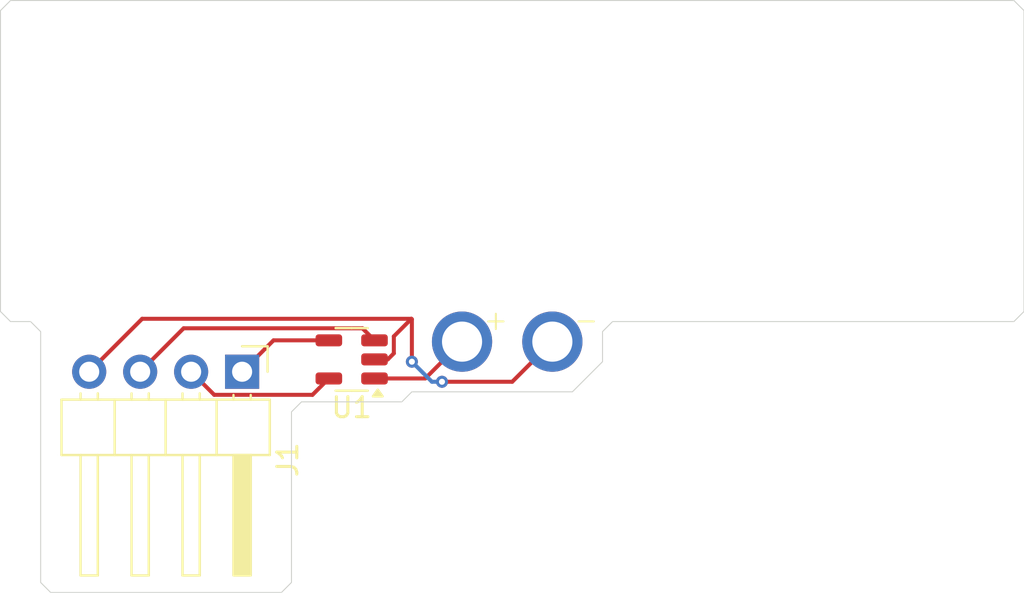
<source format=kicad_pcb>
(kicad_pcb (version 20241229) (generator "pcbnew") (generator_version "9.0")
  (layers (0 "F.Cu" signal) (2 "B.Cu" signal) (13 "F.Paste" user) (15 "B.Paste" user) (5 "F.SilkS" user "F.Silkscreen") (7 "B.SilkS" user "B.Silkscreen") (1 "F.Mask" user) (3 "B.Mask" user) (25 "Edge.Cuts" user))
  (net 0 "")
  (net 1 "1V")
  (net 2 "SGN")
  (net 3 "5V")
  (net 4 "GND")
  (net 5 "Net-(SC2-+)")
  (footprint "Package_TO_SOT_SMD:SOT-23-5" (layer "F.Cu") (at 40 35.885 180)
    (property "Reference" "U1" (at 0 -2.4 0) (layer "F.SilkS"))
    (property "Value" "LM321")
    (fp_line (start 0 1.56) (end 0.8 1.56) (stroke (width 0.12)) (layer "F.SilkS"))
    (fp_line (start 0 1.56) (end -0.8 1.56) (stroke (width 0.12)) (layer "F.SilkS"))
    (fp_line (start 0 -1.56) (end 0.8 -1.56) (stroke (width 0.12)) (layer "F.SilkS"))
    (fp_line (start 0 -1.56) (end -0.8 -1.56) (stroke (width 0.12)) (layer "F.SilkS"))
    (fp_poly (pts (xy -1.3 -1.51) (xy -1.54 -1.84) (xy -1.06 -1.84)) (stroke (width 0.12)) (fill yes) (layer "F.SilkS"))
    (pad "1" smd roundrect (at -1.1375 -0.95 180) (size 1.325 0.6) (layers "F.Cu" "F.Mask" "F.Paste") (net 5 "Net-(SC2-+)"))
    (pad "2" smd roundrect (at -1.1375 0 180) (size 1.325 0.6) (layers "F.Cu" "F.Mask" "F.Paste") (net 4 "GND"))
    (pad "3" smd roundrect (at -1.1375 0.95 180) (size 1.325 0.6) (layers "F.Cu" "F.Mask" "F.Paste") (net 1 "1V"))
    (pad "4" smd roundrect (at 1.1375 0.95 180) (size 1.325 0.6) (layers "F.Cu" "F.Mask" "F.Paste") (net 2 "SGN"))
    (pad "5" smd roundrect (at 1.1375 -0.95 180) (size 1.325 0.6) (layers "F.Cu" "F.Mask" "F.Paste") (net 3 "5V"))
  )
  (footprint "SolarCell:SolarCell_15mmx50mm_4PAD" (layer "F.Cu") (at 48 26)
    (property "Reference" "SC2" (hide yes))
    (property "Value" "Solar_Cells")
    (fp_text user "+" (at -1.5 8.5 0) (layer "F.SilkS") (effects (font (thickness 0.1)) (justify left bottom)))
    (fp_text user "-" (at 3 8.5 0) (layer "F.SilkS") (effects (font (thickness 0.1)) (justify left bottom)))
    (pad "1" thru_hole circle (at -2.5 9) (size 3 3) (drill 2) (layers "*.Cu" "*.Mask" "Dwgs.User") (net 5 "Net-(SC2-+)"))
    (pad "2" thru_hole circle (at 2 9) (size 3 3) (drill 2) (layers "*.Cu" "*.Mask" "Dwgs.User") (net 4 "GND"))
  )
  (footprint "Connector_PinHeader_2.54mm:PinHeader_1x04_P2.54mm_Horizontal" (layer "F.Cu") (at 34.54 36.5 -90)
    (property "Reference" "J1" (at 4.385 -2.27 90) (layer "F.SilkS"))
    (property "Value" "Conn_01x04")
    (fp_line (start 1.39 9) (end 4.15 9) (stroke (width 0.12)) (layer "F.SilkS"))
    (fp_line (start 4.15 9) (end 4.15 -1.38) (stroke (width 0.12)) (layer "F.SilkS"))
    (fp_line (start 1.077358 8.05) (end 1.39 8.05) (stroke (width 0.12)) (layer "F.SilkS"))
    (fp_line (start 10.15 8.05) (end 4.15 8.05) (stroke (width 0.12)) (layer "F.SilkS"))
    (fp_line (start 1.077358 7.19) (end 1.39 7.19) (stroke (width 0.12)) (layer "F.SilkS"))
    (fp_line (start 4.15 7.19) (end 10.15 7.19) (stroke (width 0.12)) (layer "F.SilkS"))
    (fp_line (start 10.15 7.19) (end 10.15 8.05) (stroke (width 0.12)) (layer "F.SilkS"))
    (fp_line (start 1.39 6.35) (end 4.15 6.35) (stroke (width 0.12)) (layer "F.SilkS"))
    (fp_line (start 1.077358 5.51) (end 1.39 5.51) (stroke (width 0.12)) (layer "F.SilkS"))
    (fp_line (start 10.15 5.51) (end 4.15 5.51) (stroke (width 0.12)) (layer "F.SilkS"))
    (fp_line (start 1.077358 4.65) (end 1.39 4.65) (stroke (width 0.12)) (layer "F.SilkS"))
    (fp_line (start 4.15 4.65) (end 10.15 4.65) (stroke (width 0.12)) (layer "F.SilkS"))
    (fp_line (start 10.15 4.65) (end 10.15 5.51) (stroke (width 0.12)) (layer "F.SilkS"))
    (fp_line (start 1.39 3.81) (end 4.15 3.81) (stroke (width 0.12)) (layer "F.SilkS"))
    (fp_line (start 1.077358 2.97) (end 1.39 2.97) (stroke (width 0.12)) (layer "F.SilkS"))
    (fp_line (start 10.15 2.97) (end 4.15 2.97) (stroke (width 0.12)) (layer "F.SilkS"))
    (fp_line (start 1.077358 2.11) (end 1.39 2.11) (stroke (width 0.12)) (layer "F.SilkS"))
    (fp_line (start 4.15 2.11) (end 10.15 2.11) (stroke (width 0.12)) (layer "F.SilkS"))
    (fp_line (start 10.15 2.11) (end 10.15 2.97) (stroke (width 0.12)) (layer "F.SilkS"))
    (fp_line (start 1.39 1.27) (end 4.15 1.27) (stroke (width 0.12)) (layer "F.SilkS"))
    (fp_line (start 1.16 0.43) (end 1.39 0.43) (stroke (width 0.12)) (layer "F.SilkS"))
    (fp_line (start -1.27 0) (end -1.27 -1.27) (stroke (width 0.12)) (layer "F.SilkS"))
    (fp_line (start 1.16 -0.43) (end 1.39 -0.43) (stroke (width 0.12)) (layer "F.SilkS"))
    (fp_line (start -1.27 -1.27) (end 0 -1.27) (stroke (width 0.12)) (layer "F.SilkS"))
    (fp_line (start 1.39 -1.38) (end 1.39 9) (stroke (width 0.12)) (layer "F.SilkS"))
    (fp_line (start 4.15 -1.38) (end 1.39 -1.38) (stroke (width 0.12)) (layer "F.SilkS"))
    (fp_rect (start 4.15 -0.43) (end 10.15 0.43) (stroke (width 0.12)) (fill yes) (layer "F.SilkS"))
    (pad "1" thru_hole rect (at 0 0 270) (size 1.7 1.7) (drill 1) (layers "*.Cu" "*.Mask") (net 2 "SGN"))
    (pad "2" thru_hole circle (at 0 2.54 270) (size 1.7 1.7) (drill 1) (layers "*.Cu" "*.Mask") (net 3 "5V"))
    (pad "3" thru_hole circle (at 0 5.08 270) (size 1.7 1.7) (drill 1) (layers "*.Cu" "*.Mask") (net 1 "1V"))
    (pad "4" thru_hole circle (at 0 7.62 270) (size 1.7 1.7) (drill 1) (layers "*.Cu" "*.Mask") (net 4 "GND"))
  )
  (gr_poly (pts (xy 23 18) (xy 22.5 18.5) (xy 22.5 33.5) (xy 23 34) (xy 24 34) (xy 24.5 34.5) (xy 24.5 47) (xy 25 47.5) (xy 36.5 47.5) (xy 37 47) (xy 37 38.5) (xy 37.5 38) (xy 42.5 38) (xy 43 37.5) (xy 51 37.5) (xy 52.5 36) (xy 52.5 34.5) (xy 53 34) (xy 73 34) (xy 73.5 33.5) (xy 73.5 18.5) (xy 73 18)) (stroke (width 0.05)) (fill no) (layer "Edge.Cuts"))
  (segment (start 41.1375 34.935) (end 40.5365 34.334) (width 0.2) (layer "F.Cu") (net 1))
  (segment (start 31.626 34.334) (end 29.46 36.5) (width 0.2) (layer "F.Cu") (net 1))
  (segment (start 40.5365 34.334) (end 31.626 34.334) (width 0.2) (layer "F.Cu") (net 1))
  (segment (start 36.105 34.935) (end 34.54 36.5) (width 0.2) (layer "F.Cu") (net 2))
  (segment (start 38.8625 34.935) (end 36.105 34.935) (width 0.2) (layer "F.Cu") (net 2))
  (segment (start 38.8625 36.835) (end 38.0465 37.651) (width 0.2) (layer "F.Cu") (net 3))
  (segment (start 38.0465 37.651) (end 33.151 37.651) (width 0.2) (layer "F.Cu") (net 3))
  (segment (start 33.151 37.651) (end 32 36.5) (width 0.2) (layer "F.Cu") (net 3))
  (segment (start 29.5585 33.8615) (end 42.9765 33.8615) (width 0.2) (layer "F.Cu") (net 4))
  (segment (start 50 35) (end 48 37) (width 0.2) (layer "F.Cu") (net 4))
  (segment (start 48 37) (end 44.5 37) (width 0.2) (layer "F.Cu") (net 4))
  (segment (start 41.799999 35.885) (end 41.1375 35.885) (width 0.2) (layer "F.Cu") (net 4))
  (segment (start 42.9765 33.8615) (end 42.101 34.737001) (width 0.2) (layer "F.Cu") (net 4))
  (segment (start 43 33.885) (end 42.9765 33.8615) (width 0.2) (layer "F.Cu") (net 4))
  (segment (start 43 36) (end 43 33.885) (width 0.2) (layer "F.Cu") (net 4))
  (segment (start 26.92 36.5) (end 29.5585 33.8615) (width 0.2) (layer "F.Cu") (net 4))
  (segment (start 42.101 34.737001) (end 42.101 35.583999) (width 0.2) (layer "F.Cu") (net 4))
  (segment (start 42.101 35.583999) (end 41.799999 35.885) (width 0.2) (layer "F.Cu") (net 4))
  (via (at 44.5 37) (size 0.6) (drill 0.3) (layers "F.Cu" "B.Cu") (net 4))
  (via (at 43 36) (size 0.6) (drill 0.3) (layers "F.Cu" "B.Cu") (net 4))
  (segment (start 44 37) (end 43 36) (width 0.2) (layer "B.Cu") (net 4))
  (segment (start 44.5 37) (end 44 37) (width 0.2) (layer "B.Cu") (net 4))
  (segment (start 41.1375 36.835) (end 43.665 36.835) (width 0.2) (layer "F.Cu") (net 5))
  (segment (start 43.665 36.835) (end 45.5 35) (width 0.2) (layer "F.Cu") (net 5))
)
</source>
